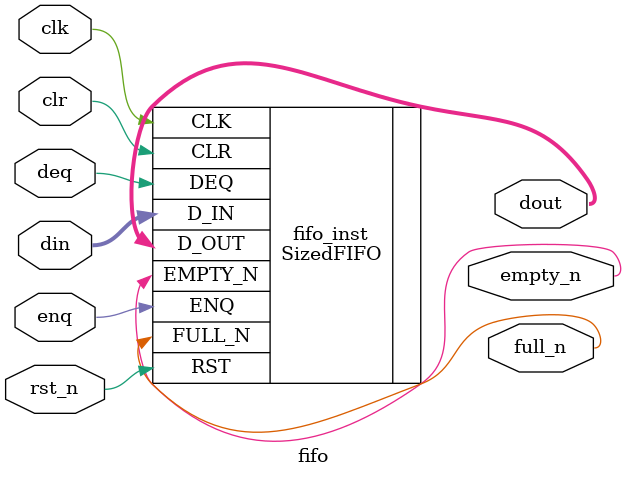
<source format=v>
`define BSV_ASSIGNMENT_DELAY #0

module fifo
#(
  parameter DATA_WIDTH = 16,
  parameter FIFO_DEPTH = 3, // You will mostly use depth 2 FIFOs
  parameter COUNTER_WIDTH = 1 
)(
  input clk,
  input rst_n,
  input [DATA_WIDTH - 1 : 0] din,
  input enq,
  output full_n,
  output [DATA_WIDTH - 1 : 0] dout,
  input deq,
  output empty_n,
  input clr
);

  SizedFIFO #(
    .p1width(DATA_WIDTH),
    .p2depth(FIFO_DEPTH),
    .p3cntr_width(COUNTER_WIDTH)) fifo_inst (
    .CLK(clk), 
    .RST(rst_n), // By default this is a synchronous active low reset, but it can be made asynchronous by defining BSV_ASYNC_RESET in SizedFIFO, and it can be made active high by defining BSV_POSITIVE_RESET in SizedFIFO.v
    .D_IN(din), 
    .ENQ(enq), 
    .FULL_N(full_n), 
    .D_OUT(dout), 
    .DEQ(deq), 
    .EMPTY_N(empty_n), 
    .CLR(clr)
  );

endmodule




</source>
